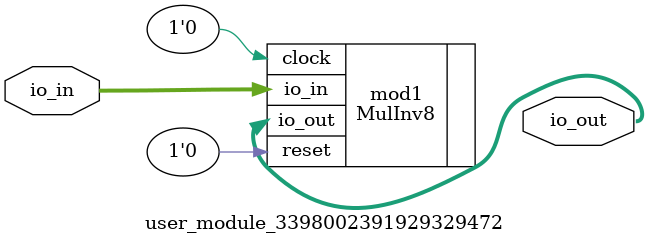
<source format=v>

`default_nettype none


module user_module_3398002391929329472 (
  input [7:0] io_in,
  output [7:0] io_out
);

  MulInv8 mod1(.clock(1'b0), .reset(1'b0), .io_in(io_in), .io_out(io_out));

endmodule

</source>
